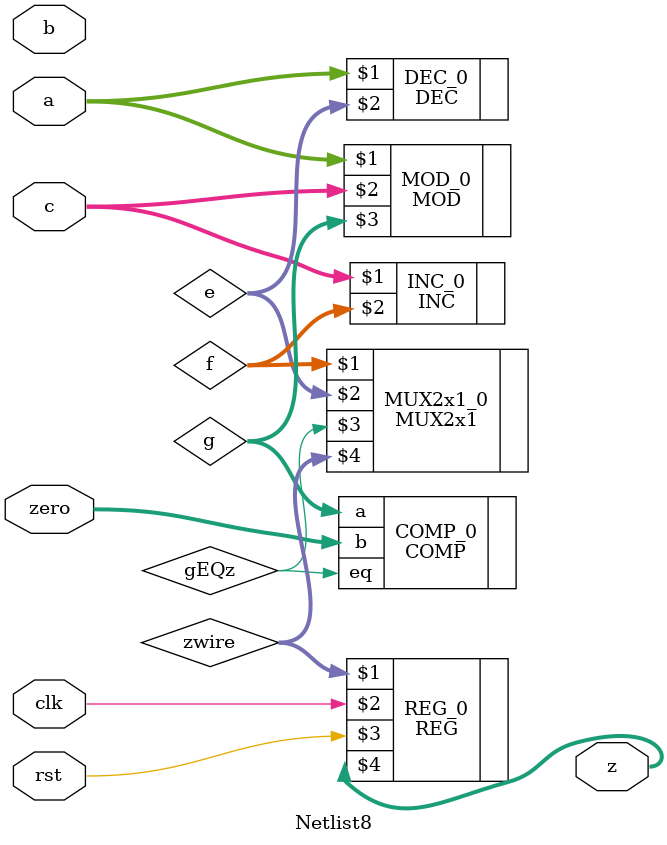
<source format=v>
`timescale 1ns / 1ps


module Netlist8(a, b, c, zero, clk, rst, z);

    input [63:0] a, b, c, zero;
    input clk, rst;
    
    output [63:0] z;
    
    wire [63:0] e, f, g, zwire;
    wire  gEQz;
    
    DEC     #(.DATAWIDTH(64))   DEC_0(a, e);
    INC     #(.DATAWIDTH(64))   INC_0(c, f);
    MOD     #(.DATAWIDTH(64))   MOD_0(a, c, g);
    COMP    #(.DATAWIDTH(64))   COMP_0(.a(g), .b(zero), .eq(gEQz));
    MUX2x1  #(.DATAWIDTH(64))   MUX2x1_0(f, e, gEQz, zwire);
    REG     #(.DATAWIDTH(64))   REG_0(zwire, clk, rst, z);


endmodule

</source>
